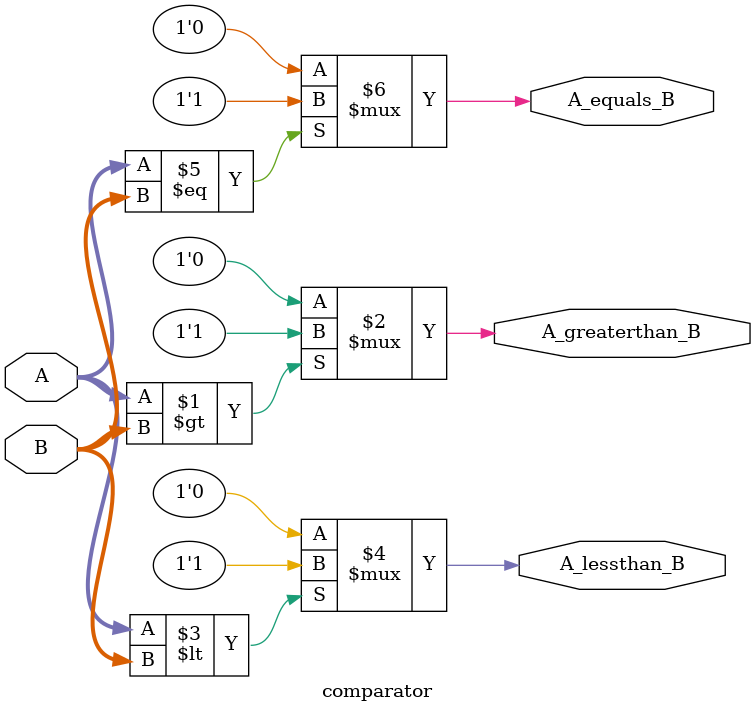
<source format=v>

module MUX2_1 ( output I,
                input A0,A1,sel);
assign I = (sel ==0) ? A0 : A1;    

endmodule

///////////////// question_1 /////////////////

module circuit_1 ( output out,out_bar,
                   input A,B,C,D,E,F,sel);
    wire w0,w1;
    and (w0,A,B,C);
    xnor (w1,D,E,F);
    MUX2_1 q0 (out,w0,w1,sel);
    not (out_bar,out); 
endmodule 

///////////////// question_2 /////////////////

module adder ( output [3:0] c,
               input [3:0] A,B);
      assign c = A + B;          
    
endmodule

///////////////// question_3 /////////////////

module decoder2_4 ( output [3:0] D,
                    input [1:0] A);
   assign D = (A==2'b00) ? 4'b0001 : (A==2'b01) ? 4'b0010 : (A==2'b10) ? 4'b0100 : 4'b1000;
    
endmodule

///////////////// question_4 /////////////////

module even_parity ( output [8:0] out,
                     input [7:0] A);
    wire parity_bit;
    assign parity_bit = ^A;
    assign out = {A,parity_bit};
    
endmodule

///////////////// question_5 /////////////////

module comparator ( output A_greaterthan_B,A_lessthan_B,A_equals_B,
                    input [3:0] A,B);
    assign A_greaterthan_B = (A > B) ? 1'b1 : 1'b0;
    assign A_lessthan_B = (A < B) ? 1'b1 : 1'b0;
    assign A_equals_B = (A == B) ? 1'b1 : 1'b0;
    
endmodule


</source>
